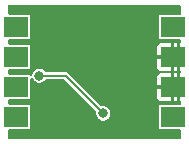
<source format=gbr>
%TF.GenerationSoftware,KiCad,Pcbnew,9.0.7+1*%
%TF.CreationDate,2026-02-23T17:06:27+01:00*%
%TF.ProjectId,ts17-tropic01-mini,74733137-2d74-4726-9f70-696330312d6d,rev?*%
%TF.SameCoordinates,Original*%
%TF.FileFunction,Copper,L2,Bot*%
%TF.FilePolarity,Positive*%
%FSLAX46Y46*%
G04 Gerber Fmt 4.6, Leading zero omitted, Abs format (unit mm)*
G04 Created by KiCad (PCBNEW 9.0.7+1) date 2026-02-23 17:06:27*
%MOMM*%
%LPD*%
G01*
G04 APERTURE LIST*
%TA.AperFunction,SMDPad,CuDef*%
%ADD10R,2.000000X1.700000*%
%TD*%
%TA.AperFunction,CastellatedPad*%
%ADD11R,1.000000X1.700000*%
%TD*%
%TA.AperFunction,ViaPad*%
%ADD12C,0.800000*%
%TD*%
%TA.AperFunction,Conductor*%
%ADD13C,0.200000*%
%TD*%
G04 APERTURE END LIST*
D10*
%TO.P,J2,1,Pin_1*%
%TO.N,/SPI_MOSI*%
X131000000Y-92190000D03*
D11*
X130500000Y-92190000D03*
D10*
%TO.P,J2,2,Pin_2*%
%TO.N,/SPI_MISO*%
X131000000Y-94730000D03*
D11*
X130500000Y-94730000D03*
D10*
%TO.P,J2,3,Pin_3*%
%TO.N,/SPI_SCK*%
X131000000Y-97270000D03*
D11*
X130500000Y-97270000D03*
D10*
%TO.P,J2,4,Pin_4*%
%TO.N,/SPI_CS*%
X131000000Y-99810000D03*
D11*
X130500000Y-99810000D03*
%TD*%
D10*
%TO.P,J1,1,Pin_1*%
%TO.N,VCC*%
X144240000Y-99810000D03*
D11*
X144740000Y-99810000D03*
D10*
%TO.P,J1,2,Pin_2*%
%TO.N,GND*%
X144240000Y-97270000D03*
D11*
X144740000Y-97270000D03*
D10*
%TO.P,J1,3,Pin_3*%
X144240000Y-94730000D03*
D11*
X144740000Y-94730000D03*
D10*
%TO.P,J1,4,Pin_4*%
%TO.N,/GPO*%
X144240000Y-92190000D03*
D11*
X144740000Y-92190000D03*
%TD*%
D12*
%TO.N,GND*%
X133764000Y-101084000D03*
%TO.N,VCC*%
X143840000Y-99810000D03*
%TO.N,GND*%
X134930000Y-98340000D03*
X141638000Y-101084000D03*
X141638000Y-90924000D03*
X143750000Y-94730000D03*
X143750000Y-97270000D03*
X140420000Y-98500000D03*
X141120000Y-96650000D03*
X141120000Y-95650000D03*
X135500000Y-92500000D03*
X139750000Y-92500000D03*
X133764000Y-90924000D03*
X134520000Y-95100000D03*
%TO.N,/GPO*%
X143750000Y-92250000D03*
%TO.N,/SPI_SCK*%
X131500000Y-97250000D03*
%TO.N,/SPI_CS*%
X131500000Y-99750000D03*
%TO.N,/SPI_MOSI*%
X131540000Y-92190000D03*
%TO.N,/SPI_MISO*%
X132950822Y-96299178D03*
X138370000Y-99500000D03*
X131500000Y-94750000D03*
%TD*%
D13*
%TO.N,/SPI_MISO*%
X135169178Y-96299178D02*
X132950822Y-96299178D01*
X138370000Y-99500000D02*
X135169178Y-96299178D01*
X131620000Y-94730000D02*
X131630000Y-94730000D01*
%TD*%
%TA.AperFunction,Conductor*%
%TO.N,GND*%
G36*
X144898691Y-90319407D02*
G01*
X144934655Y-90368907D01*
X144939500Y-90399500D01*
X144939500Y-91040500D01*
X144920593Y-91098691D01*
X144871093Y-91134655D01*
X144840500Y-91139500D01*
X143220252Y-91139500D01*
X143220251Y-91139500D01*
X143220241Y-91139501D01*
X143161772Y-91151132D01*
X143161766Y-91151134D01*
X143095451Y-91195445D01*
X143095445Y-91195451D01*
X143051134Y-91261766D01*
X143051132Y-91261772D01*
X143039501Y-91320241D01*
X143039500Y-91320253D01*
X143039500Y-93059746D01*
X143039501Y-93059758D01*
X143051132Y-93118227D01*
X143051133Y-93118231D01*
X143095448Y-93184552D01*
X143161769Y-93228867D01*
X143206231Y-93237711D01*
X143220241Y-93240498D01*
X143220246Y-93240498D01*
X143220252Y-93240500D01*
X144220252Y-93240500D01*
X144840500Y-93240500D01*
X144855412Y-93245345D01*
X144871093Y-93245345D01*
X144883778Y-93254561D01*
X144898691Y-93259407D01*
X144907907Y-93272092D01*
X144920593Y-93281309D01*
X144925438Y-93296221D01*
X144934655Y-93308907D01*
X144939500Y-93339500D01*
X144939500Y-93489493D01*
X144920593Y-93547684D01*
X144910504Y-93559497D01*
X144890000Y-93580001D01*
X144890000Y-94372894D01*
X144839901Y-94422993D01*
X144774075Y-94537007D01*
X144740000Y-94664174D01*
X144740000Y-94795826D01*
X144774075Y-94922993D01*
X144839901Y-95037007D01*
X144890000Y-95087106D01*
X144890000Y-95879998D01*
X144910504Y-95900502D01*
X144914130Y-95907619D01*
X144920593Y-95912315D01*
X144927756Y-95934363D01*
X144938281Y-95955019D01*
X144939500Y-95970506D01*
X144939500Y-96029493D01*
X144920593Y-96087684D01*
X144910504Y-96099497D01*
X144890000Y-96120001D01*
X144890000Y-96912894D01*
X144839901Y-96962993D01*
X144774075Y-97077007D01*
X144740000Y-97204174D01*
X144740000Y-97335826D01*
X144774075Y-97462993D01*
X144839901Y-97577007D01*
X144890000Y-97627106D01*
X144890000Y-98419998D01*
X144910504Y-98440502D01*
X144914130Y-98447619D01*
X144920593Y-98452315D01*
X144927756Y-98474363D01*
X144938281Y-98495019D01*
X144939500Y-98510506D01*
X144939500Y-98660500D01*
X144920593Y-98718691D01*
X144871093Y-98754655D01*
X144840500Y-98759500D01*
X143220252Y-98759500D01*
X143220251Y-98759500D01*
X143220241Y-98759501D01*
X143161772Y-98771132D01*
X143161766Y-98771134D01*
X143095451Y-98815445D01*
X143095445Y-98815451D01*
X143051134Y-98881766D01*
X143051132Y-98881772D01*
X143039501Y-98940241D01*
X143039500Y-98940253D01*
X143039500Y-100679746D01*
X143039501Y-100679758D01*
X143051132Y-100738227D01*
X143051133Y-100738231D01*
X143095448Y-100804552D01*
X143161769Y-100848867D01*
X143206231Y-100857711D01*
X143220241Y-100860498D01*
X143220246Y-100860498D01*
X143220252Y-100860500D01*
X144220252Y-100860500D01*
X144840500Y-100860500D01*
X144898691Y-100879407D01*
X144934655Y-100928907D01*
X144939500Y-100959500D01*
X144939500Y-101600500D01*
X144920593Y-101658691D01*
X144871093Y-101694655D01*
X144840500Y-101699500D01*
X130399500Y-101699500D01*
X130341309Y-101680593D01*
X130305345Y-101631093D01*
X130300500Y-101600500D01*
X130300500Y-100959500D01*
X130319407Y-100901309D01*
X130368907Y-100865345D01*
X130399500Y-100860500D01*
X132019747Y-100860500D01*
X132019748Y-100860500D01*
X132078231Y-100848867D01*
X132144552Y-100804552D01*
X132188867Y-100738231D01*
X132200500Y-100679748D01*
X132200500Y-98940252D01*
X132188867Y-98881769D01*
X132144552Y-98815448D01*
X132144548Y-98815445D01*
X132078233Y-98771134D01*
X132078231Y-98771133D01*
X132078228Y-98771132D01*
X132078227Y-98771132D01*
X132019758Y-98759501D01*
X132019748Y-98759500D01*
X132019747Y-98759500D01*
X130399500Y-98759500D01*
X130341309Y-98740593D01*
X130305345Y-98691093D01*
X130300500Y-98660500D01*
X130300500Y-98419500D01*
X130319407Y-98361309D01*
X130368907Y-98325345D01*
X130399500Y-98320500D01*
X132019747Y-98320500D01*
X132019748Y-98320500D01*
X132078231Y-98308867D01*
X132144552Y-98264552D01*
X132188867Y-98198231D01*
X132200500Y-98139748D01*
X132200500Y-96568169D01*
X132219407Y-96509978D01*
X132268907Y-96474014D01*
X132330093Y-96474014D01*
X132379593Y-96509978D01*
X132390964Y-96530284D01*
X132391242Y-96530956D01*
X132391244Y-96530960D01*
X132391245Y-96530962D01*
X132470302Y-96667894D01*
X132582106Y-96779698D01*
X132719038Y-96858755D01*
X132871765Y-96899678D01*
X132871767Y-96899678D01*
X133029877Y-96899678D01*
X133029879Y-96899678D01*
X133182606Y-96858755D01*
X133319538Y-96779698D01*
X133431342Y-96667894D01*
X133442148Y-96649178D01*
X133487618Y-96608237D01*
X133527884Y-96599678D01*
X135003699Y-96599678D01*
X135061890Y-96618585D01*
X135073703Y-96628674D01*
X137749470Y-99304441D01*
X137777247Y-99358958D01*
X137775093Y-99400064D01*
X137769500Y-99420943D01*
X137769500Y-99579057D01*
X137810423Y-99731784D01*
X137889480Y-99868716D01*
X138001284Y-99980520D01*
X138138216Y-100059577D01*
X138290943Y-100100500D01*
X138290945Y-100100500D01*
X138449055Y-100100500D01*
X138449057Y-100100500D01*
X138601784Y-100059577D01*
X138738716Y-99980520D01*
X138850520Y-99868716D01*
X138929577Y-99731784D01*
X138970500Y-99579057D01*
X138970500Y-99420943D01*
X138929577Y-99268216D01*
X138850520Y-99131284D01*
X138738716Y-99019480D01*
X138601784Y-98940423D01*
X138449057Y-98899500D01*
X138290943Y-98899500D01*
X138282027Y-98901889D01*
X138270064Y-98905094D01*
X138208963Y-98901889D01*
X138174441Y-98879470D01*
X137459762Y-98164791D01*
X136714972Y-97420001D01*
X142940001Y-97420001D01*
X142940001Y-98164791D01*
X142942909Y-98189874D01*
X142988213Y-98292477D01*
X143067522Y-98371786D01*
X143170127Y-98417090D01*
X143195203Y-98419999D01*
X144089998Y-98419999D01*
X144090000Y-98419998D01*
X144090000Y-97420001D01*
X144089999Y-97420000D01*
X142940002Y-97420000D01*
X142940001Y-97420001D01*
X136714972Y-97420001D01*
X135670173Y-96375202D01*
X142940000Y-96375202D01*
X142940000Y-97119999D01*
X142940001Y-97120000D01*
X144089999Y-97120000D01*
X144090000Y-97119999D01*
X144090000Y-96120001D01*
X144390000Y-96120001D01*
X144390000Y-98419998D01*
X144390001Y-98419999D01*
X144589999Y-98419999D01*
X144590000Y-98419998D01*
X144590000Y-96120001D01*
X144589999Y-96120000D01*
X144390001Y-96120000D01*
X144390000Y-96120001D01*
X144090000Y-96120001D01*
X144089999Y-96120000D01*
X143195210Y-96120000D01*
X143195208Y-96120001D01*
X143170125Y-96122909D01*
X143067522Y-96168213D01*
X142988213Y-96247522D01*
X142942909Y-96350127D01*
X142940000Y-96375202D01*
X135670173Y-96375202D01*
X135353689Y-96058718D01*
X135353686Y-96058716D01*
X135285170Y-96019158D01*
X135285166Y-96019156D01*
X135208742Y-95998678D01*
X135208740Y-95998678D01*
X133527884Y-95998678D01*
X133469693Y-95979771D01*
X133442148Y-95949178D01*
X133431343Y-95930464D01*
X133431342Y-95930462D01*
X133319538Y-95818658D01*
X133182606Y-95739601D01*
X133029879Y-95698678D01*
X132871765Y-95698678D01*
X132719038Y-95739601D01*
X132582106Y-95818658D01*
X132470302Y-95930462D01*
X132391245Y-96067394D01*
X132350489Y-96219500D01*
X132350322Y-96220122D01*
X132350322Y-96257044D01*
X132331415Y-96315235D01*
X132281915Y-96351199D01*
X132220729Y-96351199D01*
X132171229Y-96315235D01*
X132169007Y-96312047D01*
X132144552Y-96275448D01*
X132117009Y-96257044D01*
X132078233Y-96231134D01*
X132078231Y-96231133D01*
X132078228Y-96231132D01*
X132078227Y-96231132D01*
X132019758Y-96219501D01*
X132019748Y-96219500D01*
X132019747Y-96219500D01*
X130399500Y-96219500D01*
X130341309Y-96200593D01*
X130305345Y-96151093D01*
X130300500Y-96120500D01*
X130300500Y-95879500D01*
X130319407Y-95821309D01*
X130368907Y-95785345D01*
X130399500Y-95780500D01*
X132019747Y-95780500D01*
X132019748Y-95780500D01*
X132078231Y-95768867D01*
X132144552Y-95724552D01*
X132188867Y-95658231D01*
X132200500Y-95599748D01*
X132200500Y-94880001D01*
X142940001Y-94880001D01*
X142940001Y-95624791D01*
X142942909Y-95649874D01*
X142988213Y-95752477D01*
X143067522Y-95831786D01*
X143170127Y-95877090D01*
X143195203Y-95879999D01*
X144089998Y-95879999D01*
X144090000Y-95879998D01*
X144090000Y-94880001D01*
X144089999Y-94880000D01*
X142940002Y-94880000D01*
X142940001Y-94880001D01*
X132200500Y-94880001D01*
X132200500Y-93860252D01*
X132195517Y-93835202D01*
X142940000Y-93835202D01*
X142940000Y-94579999D01*
X142940001Y-94580000D01*
X144089999Y-94580000D01*
X144090000Y-94579999D01*
X144090000Y-93580001D01*
X144390000Y-93580001D01*
X144390000Y-95879998D01*
X144390001Y-95879999D01*
X144589999Y-95879999D01*
X144590000Y-95879998D01*
X144590000Y-93580001D01*
X144589999Y-93580000D01*
X144390001Y-93580000D01*
X144390000Y-93580001D01*
X144090000Y-93580001D01*
X144089999Y-93580000D01*
X143195210Y-93580000D01*
X143195208Y-93580001D01*
X143170125Y-93582909D01*
X143067522Y-93628213D01*
X142988213Y-93707522D01*
X142942909Y-93810127D01*
X142940000Y-93835202D01*
X132195517Y-93835202D01*
X132188867Y-93801769D01*
X132144552Y-93735448D01*
X132144548Y-93735445D01*
X132078233Y-93691134D01*
X132078231Y-93691133D01*
X132078228Y-93691132D01*
X132078227Y-93691132D01*
X132019758Y-93679501D01*
X132019748Y-93679500D01*
X132019747Y-93679500D01*
X130399500Y-93679500D01*
X130341309Y-93660593D01*
X130305345Y-93611093D01*
X130300500Y-93580500D01*
X130300500Y-93339500D01*
X130319407Y-93281309D01*
X130368907Y-93245345D01*
X130399500Y-93240500D01*
X132019747Y-93240500D01*
X132019748Y-93240500D01*
X132078231Y-93228867D01*
X132144552Y-93184552D01*
X132188867Y-93118231D01*
X132200500Y-93059748D01*
X132200500Y-91320252D01*
X132188867Y-91261769D01*
X132144552Y-91195448D01*
X132144548Y-91195445D01*
X132078233Y-91151134D01*
X132078231Y-91151133D01*
X132078228Y-91151132D01*
X132078227Y-91151132D01*
X132019758Y-91139501D01*
X132019748Y-91139500D01*
X132019747Y-91139500D01*
X130399500Y-91139500D01*
X130341309Y-91120593D01*
X130305345Y-91071093D01*
X130300500Y-91040500D01*
X130300500Y-90399500D01*
X130319407Y-90341309D01*
X130368907Y-90305345D01*
X130399500Y-90300500D01*
X144840500Y-90300500D01*
X144898691Y-90319407D01*
G37*
%TD.AperFunction*%
%TD*%
M02*

</source>
